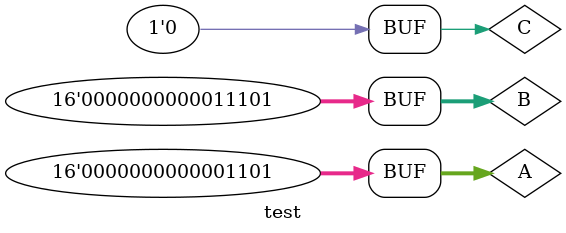
<source format=v>
module test;
 
  localparam width = 16;
  reg [width-1:0] A, B;
  reg C;
 
  initial 
	begin
		C = 1'b0;
	end

   initial 
	 begin
		{A, B} = {16'b0000000000000011, 16'b0000000000001000};
		#10;
		{A, B} = {16'b0000000000000011, 16'b0000000000000011};
		#10;
		{A, B} = {16'b0000000000000111, 16'b0000000000000001};
		#10;
		{A, B} = {16'b0000000000000101, 16'b0000000000001001};
		#10;
		{A, B} = {16'b0000000000001101, 16'b0000000000011101};
	 end
   
   
  wire [3:0] Z4, Z3, Z2, Z1;
  wire C1;
  final fa(Z4, Z3, Z2, Z1, C1, A, B, C);
  
  
  initial
    begin
        $monitor("At time %t, %b  %b %b %b %b        %b        %b  %b", $time, C1, Z4, Z3, Z2, Z1, A, B, C);
    end

	initial 
		begin
			$dumpfile("final.vcd");
			$dumpvars;
		end
endmodule


</source>
